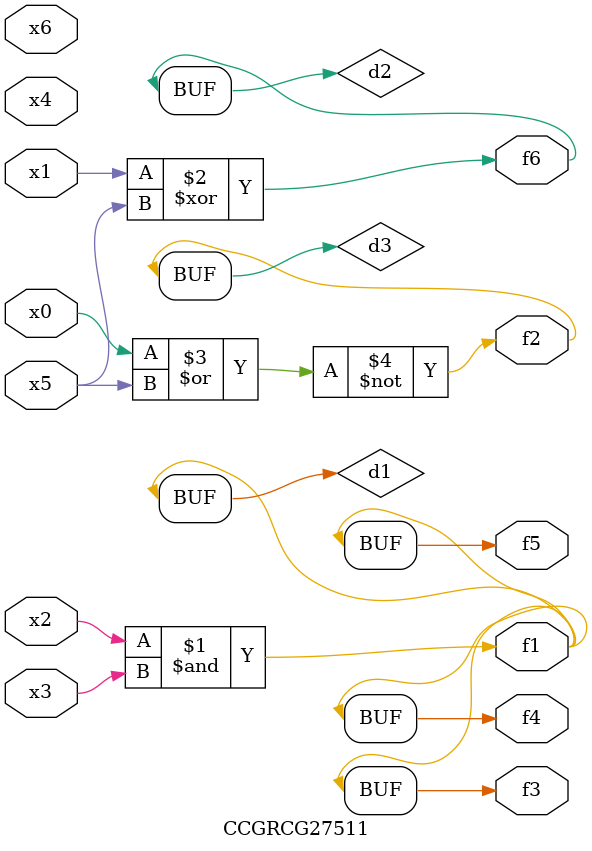
<source format=v>
module CCGRCG27511(
	input x0, x1, x2, x3, x4, x5, x6,
	output f1, f2, f3, f4, f5, f6
);

	wire d1, d2, d3;

	and (d1, x2, x3);
	xor (d2, x1, x5);
	nor (d3, x0, x5);
	assign f1 = d1;
	assign f2 = d3;
	assign f3 = d1;
	assign f4 = d1;
	assign f5 = d1;
	assign f6 = d2;
endmodule

</source>
